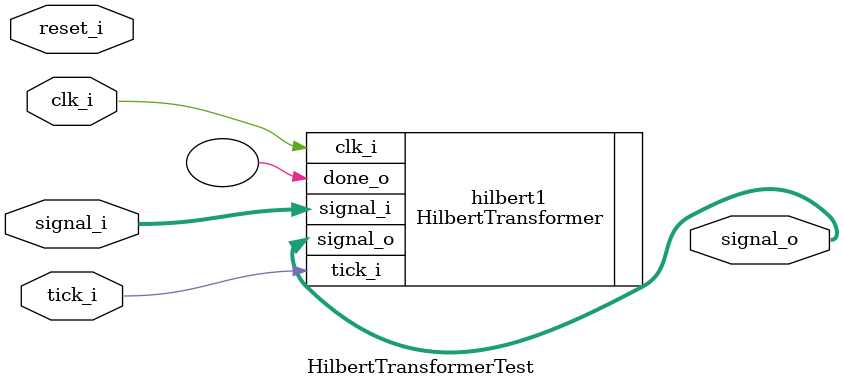
<source format=sv>
module HilbertTransformerTest (
    input logic clk_i,
    input logic reset_i,
    input logic tick_i,
    input logic signed [23:0] signal_i,
    output logic signed [23:0] signal_o
);

    // delay ch1 by 90 degrees + delay line
    HilbertTransformer hilbert1 (
        .clk_i(clk_i),
        .tick_i(tick_i),
        .signal_i(signal_i),
        .signal_o(signal_o),
        .done_o()
    );
endmodule

</source>
